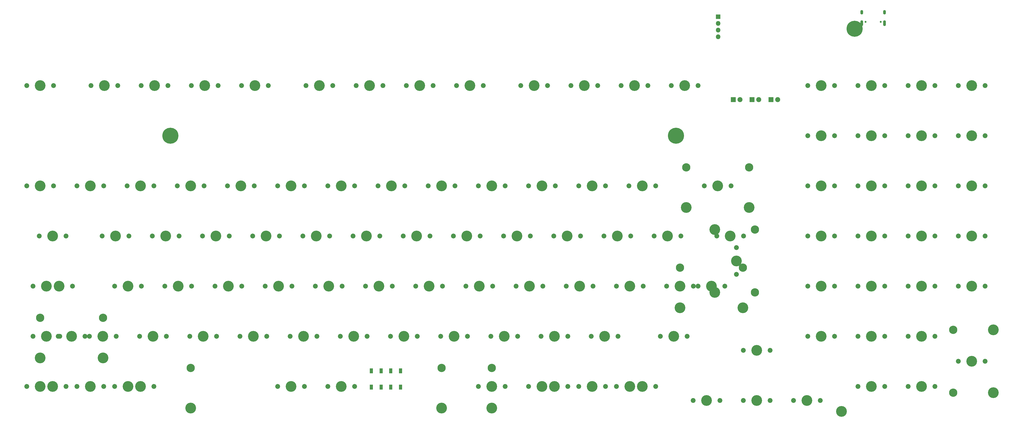
<source format=gbr>
G04 #@! TF.GenerationSoftware,KiCad,Pcbnew,(5.1.6)-1*
G04 #@! TF.CreationDate,2020-06-29T21:56:33+02:00*
G04 #@! TF.ProjectId,E80-1800-pcb-universal,4538302d-3138-4303-902d-7063622d756e,rev?*
G04 #@! TF.SameCoordinates,Original*
G04 #@! TF.FileFunction,Soldermask,Top*
G04 #@! TF.FilePolarity,Negative*
%FSLAX46Y46*%
G04 Gerber Fmt 4.6, Leading zero omitted, Abs format (unit mm)*
G04 Created by KiCad (PCBNEW (5.1.6)-1) date 2020-06-29 21:56:33*
%MOMM*%
%LPD*%
G01*
G04 APERTURE LIST*
%ADD10C,4.100000*%
%ADD11C,1.900000*%
%ADD12R,1.900000X1.900000*%
%ADD13C,6.100000*%
%ADD14O,1.100000X2.200000*%
%ADD15C,0.750000*%
%ADD16O,1.100000X1.700000*%
%ADD17O,1.800000X1.800000*%
%ADD18R,1.800000X1.800000*%
%ADD19C,1.850000*%
%ADD20C,4.087800*%
%ADD21C,3.148000*%
%ADD22R,1.200000X1.900000*%
G04 APERTURE END LIST*
D10*
X304204992Y-123824992D03*
D11*
X279955992Y-5357792D03*
D12*
X277415992Y-5357792D03*
D11*
X272811992Y-5357792D03*
D12*
X270271992Y-5357792D03*
D11*
X265667992Y-5357792D03*
D12*
X263127992Y-5357792D03*
D13*
X309194898Y21550008D03*
X241410992Y-19049992D03*
X49410992Y-19049992D03*
D14*
X320525890Y23646000D03*
X311885890Y23646000D03*
D15*
X313315890Y24176000D03*
D16*
X311885890Y27826000D03*
D15*
X319095890Y24176000D03*
D16*
X320525890Y27826000D03*
D17*
X257341390Y18478500D03*
X257341390Y21018500D03*
X257341390Y23558500D03*
D18*
X257341390Y26098500D03*
D19*
X7461250Y-76200000D03*
X-2698750Y-76200000D03*
D20*
X2381250Y-76200000D03*
X171450000Y-122555000D03*
D21*
X171450000Y-107315000D03*
D19*
X119380000Y-114300000D03*
X109220000Y-114300000D03*
D20*
X114300000Y-114300000D03*
D19*
X100330100Y-114300120D03*
X90170100Y-114300120D03*
D20*
X95250100Y-114300120D03*
D19*
X228917500Y-114300000D03*
X218757500Y-114300000D03*
D20*
X223837500Y-114300000D03*
D19*
X200342500Y-114300000D03*
X190182500Y-114300000D03*
D20*
X195262500Y-114300000D03*
D19*
X38417500Y-114300000D03*
X28257500Y-114300000D03*
D20*
X33337500Y-114300000D03*
D19*
X9842500Y-114300000D03*
X-317500Y-114300000D03*
D20*
X4762500Y-114300000D03*
X256063750Y-54737000D03*
X256063750Y-78613000D03*
D21*
X271303750Y-54737000D03*
X271303750Y-78613000D03*
D19*
X264318750Y-71755000D03*
X264318750Y-61595000D03*
D20*
X264318750Y-66675000D03*
X361870890Y-92837000D03*
X361870890Y-116713000D03*
D21*
X346630890Y-92837000D03*
X346630890Y-116713000D03*
D19*
X358695890Y-104775000D03*
X348535890Y-104775000D03*
D20*
X353615890Y-104775000D03*
D19*
X9842500Y-57150000D03*
X-317500Y-57150000D03*
D20*
X4762500Y-57150000D03*
D19*
X12223750Y-76200000D03*
X2063750Y-76200000D03*
D20*
X7143750Y-76200000D03*
D19*
X245586250Y-95250000D03*
X235426250Y-95250000D03*
D20*
X240506250Y-95250000D03*
D22*
X125753250Y-108406000D03*
X129453250Y-114606000D03*
X129453250Y-108406000D03*
X125753250Y-114606000D03*
X133119250Y-108406000D03*
X136819250Y-114606000D03*
X136819250Y-108406000D03*
X133119250Y-114606000D03*
D19*
X339645890Y-114300000D03*
X329485890Y-114300000D03*
D20*
X334565890Y-114300000D03*
D19*
X320595890Y-114300000D03*
X310435890Y-114300000D03*
D20*
X315515890Y-114300000D03*
D19*
X296188025Y-119657913D03*
X286028025Y-119657913D03*
D20*
X291108025Y-119657913D03*
D19*
X277138025Y-119657913D03*
X266978025Y-119657913D03*
D20*
X272058025Y-119657913D03*
D19*
X258088025Y-119657913D03*
X247928025Y-119657913D03*
D20*
X253008025Y-119657913D03*
D19*
X233680000Y-114300000D03*
X223520000Y-114300000D03*
D20*
X228600000Y-114300000D03*
D19*
X214630000Y-114300000D03*
X204470000Y-114300000D03*
D20*
X209550000Y-114300000D03*
D19*
X195580000Y-114300000D03*
X185420000Y-114300000D03*
D20*
X190500000Y-114300000D03*
D19*
X176530000Y-114300000D03*
X166370000Y-114300000D03*
D20*
X171450000Y-114300000D03*
X152400000Y-122555000D03*
X57150000Y-122555000D03*
D21*
X152400000Y-107315000D03*
X57150000Y-107315000D03*
D19*
X119380000Y-114300000D03*
X109220000Y-114300000D03*
D20*
X114300000Y-114300000D03*
D19*
X43180000Y-114300000D03*
X33020000Y-114300000D03*
D20*
X38100000Y-114300000D03*
D19*
X24130000Y-114300000D03*
X13970000Y-114300000D03*
D20*
X19050000Y-114300000D03*
D19*
X5080000Y-114300000D03*
X-5080000Y-114300000D03*
D20*
X0Y-114300000D03*
D19*
X339645890Y-95250000D03*
X329485890Y-95250000D03*
D20*
X334565890Y-95250000D03*
D19*
X320595890Y-95250000D03*
X310435890Y-95250000D03*
D20*
X315515890Y-95250000D03*
D19*
X301545890Y-95250000D03*
X291385890Y-95250000D03*
D20*
X296465890Y-95250000D03*
D19*
X277138025Y-100607913D03*
X266978025Y-100607913D03*
D20*
X272058025Y-100607913D03*
D19*
X219392500Y-95250000D03*
X209232500Y-95250000D03*
D20*
X214312500Y-95250000D03*
D19*
X200342500Y-95250000D03*
X190182500Y-95250000D03*
D20*
X195262500Y-95250000D03*
D19*
X181292500Y-95250000D03*
X171132500Y-95250000D03*
D20*
X176212500Y-95250000D03*
D19*
X162242500Y-95250000D03*
X152082500Y-95250000D03*
D20*
X157162500Y-95250000D03*
D19*
X143192500Y-95250000D03*
X133032500Y-95250000D03*
D20*
X138112500Y-95250000D03*
D19*
X124142500Y-95250000D03*
X113982500Y-95250000D03*
D20*
X119062500Y-95250000D03*
D19*
X105092500Y-95250000D03*
X94932500Y-95250000D03*
D20*
X100012500Y-95250000D03*
D19*
X86042500Y-95250000D03*
X75882500Y-95250000D03*
D20*
X80962500Y-95250000D03*
D19*
X66992500Y-95250000D03*
X56832500Y-95250000D03*
D20*
X61912500Y-95250000D03*
D19*
X47942500Y-95250000D03*
X37782500Y-95250000D03*
D20*
X42862500Y-95250000D03*
D19*
X28892500Y-95250000D03*
X18732500Y-95250000D03*
D20*
X23812500Y-95250000D03*
X23844250Y-103505000D03*
X-31750Y-103505000D03*
D21*
X23844250Y-88265000D03*
X-31750Y-88265000D03*
D19*
X16986250Y-95250000D03*
X6826250Y-95250000D03*
D20*
X11906250Y-95250000D03*
D19*
X7461250Y-95250000D03*
X-2698750Y-95250000D03*
D20*
X2381250Y-95250000D03*
D19*
X358695890Y-76200000D03*
X348535890Y-76200000D03*
D20*
X353615890Y-76200000D03*
D19*
X339645890Y-76200000D03*
X329485890Y-76200000D03*
D20*
X334565890Y-76200000D03*
D19*
X320595890Y-76200000D03*
X310435890Y-76200000D03*
D20*
X315515890Y-76200000D03*
D19*
X301545890Y-76200000D03*
X291385890Y-76200000D03*
D20*
X296465890Y-76200000D03*
X266731750Y-84455000D03*
X242855750Y-84455000D03*
D21*
X266731750Y-69215000D03*
X242855750Y-69215000D03*
D19*
X259873750Y-76200000D03*
X249713750Y-76200000D03*
D20*
X254793750Y-76200000D03*
D19*
X247967500Y-76200000D03*
X237807500Y-76200000D03*
D20*
X242887500Y-76200000D03*
D19*
X228917500Y-76200000D03*
X218757500Y-76200000D03*
D20*
X223837500Y-76200000D03*
D19*
X209867500Y-76200000D03*
X199707500Y-76200000D03*
D20*
X204787500Y-76200000D03*
D19*
X190817500Y-76200000D03*
X180657500Y-76200000D03*
D20*
X185737500Y-76200000D03*
D19*
X171767500Y-76200000D03*
X161607500Y-76200000D03*
D20*
X166687500Y-76200000D03*
D19*
X152717500Y-76200000D03*
X142557500Y-76200000D03*
D20*
X147637500Y-76200000D03*
D19*
X133667500Y-76200000D03*
X123507500Y-76200000D03*
D20*
X128587500Y-76200000D03*
D19*
X114617500Y-76200000D03*
X104457500Y-76200000D03*
D20*
X109537500Y-76200000D03*
D19*
X95567500Y-76200000D03*
X85407500Y-76200000D03*
D20*
X90487500Y-76200000D03*
D19*
X76517500Y-76200000D03*
X66357500Y-76200000D03*
D20*
X71437500Y-76200000D03*
D19*
X57467500Y-76200000D03*
X47307500Y-76200000D03*
D20*
X52387500Y-76200000D03*
D19*
X38417500Y-76200000D03*
X28257500Y-76200000D03*
D20*
X33337500Y-76200000D03*
D19*
X358695890Y-57150000D03*
X348535890Y-57150000D03*
D20*
X353615890Y-57150000D03*
D19*
X339645890Y-57150000D03*
X329485890Y-57150000D03*
D20*
X334565890Y-57150000D03*
D19*
X320595890Y-57150000D03*
X310435890Y-57150000D03*
D20*
X315515890Y-57150000D03*
D19*
X301545890Y-57150000D03*
X291385890Y-57150000D03*
D20*
X296465890Y-57150000D03*
D19*
X267017500Y-57150000D03*
X256857500Y-57150000D03*
D20*
X261937500Y-57150000D03*
D19*
X243205000Y-57150000D03*
X233045000Y-57150000D03*
D20*
X238125000Y-57150000D03*
D19*
X224155000Y-57150000D03*
X213995000Y-57150000D03*
D20*
X219075000Y-57150000D03*
D19*
X205105000Y-57150000D03*
X194945000Y-57150000D03*
D20*
X200025000Y-57150000D03*
D19*
X186055000Y-57150000D03*
X175895000Y-57150000D03*
D20*
X180975000Y-57150000D03*
D19*
X167005000Y-57150000D03*
X156845000Y-57150000D03*
D20*
X161925000Y-57150000D03*
D19*
X147955000Y-57150000D03*
X137795000Y-57150000D03*
D20*
X142875000Y-57150000D03*
D19*
X128905000Y-57150000D03*
X118745000Y-57150000D03*
D20*
X123825000Y-57150000D03*
D19*
X109855000Y-57150000D03*
X99695000Y-57150000D03*
D20*
X104775000Y-57150000D03*
D19*
X90805000Y-57150000D03*
X80645000Y-57150000D03*
D20*
X85725000Y-57150000D03*
D19*
X71755000Y-57150000D03*
X61595000Y-57150000D03*
D20*
X66675000Y-57150000D03*
D19*
X52705000Y-57150000D03*
X42545000Y-57150000D03*
D20*
X47625000Y-57150000D03*
D19*
X33655000Y-57150000D03*
X23495000Y-57150000D03*
D20*
X28575000Y-57150000D03*
D19*
X358695890Y-38100000D03*
X348535890Y-38100000D03*
D20*
X353615890Y-38100000D03*
D19*
X339645890Y-38100000D03*
X329485890Y-38100000D03*
D20*
X334565890Y-38100000D03*
D19*
X320595890Y-38100000D03*
X310435890Y-38100000D03*
D20*
X315515890Y-38100000D03*
D19*
X301545890Y-38100000D03*
X291385890Y-38100000D03*
D20*
X296465890Y-38100000D03*
X269113000Y-46355000D03*
X245237000Y-46355000D03*
D21*
X269113000Y-31115000D03*
X245237000Y-31115000D03*
D19*
X262255000Y-38100000D03*
X252095000Y-38100000D03*
D20*
X257175000Y-38100000D03*
D19*
X233680000Y-38100000D03*
X223520000Y-38100000D03*
D20*
X228600000Y-38100000D03*
D19*
X214630000Y-38100000D03*
X204470000Y-38100000D03*
D20*
X209550000Y-38100000D03*
D19*
X195580000Y-38100000D03*
X185420000Y-38100000D03*
D20*
X190500000Y-38100000D03*
D19*
X176530000Y-38100000D03*
X166370000Y-38100000D03*
D20*
X171450000Y-38100000D03*
D19*
X157480000Y-38100000D03*
X147320000Y-38100000D03*
D20*
X152400000Y-38100000D03*
D19*
X138430000Y-38100000D03*
X128270000Y-38100000D03*
D20*
X133350000Y-38100000D03*
D19*
X119380000Y-38100000D03*
X109220000Y-38100000D03*
D20*
X114300000Y-38100000D03*
D19*
X100330000Y-38100000D03*
X90170000Y-38100000D03*
D20*
X95250000Y-38100000D03*
D19*
X81280000Y-38100000D03*
X71120000Y-38100000D03*
D20*
X76200000Y-38100000D03*
D19*
X62230000Y-38100000D03*
X52070000Y-38100000D03*
D20*
X57150000Y-38100000D03*
D19*
X43180000Y-38100000D03*
X33020000Y-38100000D03*
D20*
X38100000Y-38100000D03*
D19*
X24130000Y-38100000D03*
X13970000Y-38100000D03*
D20*
X19050000Y-38100000D03*
D19*
X5080000Y-38100000D03*
X-5080000Y-38100000D03*
D20*
X0Y-38100000D03*
D19*
X358695890Y-19050000D03*
X348535890Y-19050000D03*
D20*
X353615890Y-19050000D03*
D19*
X339645890Y-19050000D03*
X329485890Y-19050000D03*
D20*
X334565890Y-19050000D03*
D19*
X320595890Y-19050000D03*
X310435890Y-19050000D03*
D20*
X315515890Y-19050000D03*
D19*
X301545890Y-19050000D03*
X291385890Y-19050000D03*
D20*
X296465890Y-19050000D03*
D19*
X358695890Y0D03*
X348535890Y0D03*
D20*
X353615890Y0D03*
D19*
X339645890Y0D03*
X329485890Y0D03*
D20*
X334565890Y0D03*
D19*
X320595890Y0D03*
X310435890Y0D03*
D20*
X315515890Y0D03*
D19*
X301545890Y0D03*
X291385890Y0D03*
D20*
X296465890Y0D03*
D19*
X249753595Y0D03*
X239593595Y0D03*
D20*
X244673595Y0D03*
D19*
X230703595Y0D03*
X220543595Y0D03*
D20*
X225623595Y0D03*
D19*
X211653595Y0D03*
X201493595Y0D03*
D20*
X206573595Y0D03*
D19*
X192603595Y0D03*
X182443595Y0D03*
D20*
X187523595Y0D03*
D19*
X168195714Y0D03*
X158035714Y0D03*
D20*
X163115714Y0D03*
D19*
X149145714Y0D03*
X138985714Y0D03*
D20*
X144065714Y0D03*
D19*
X130095714Y0D03*
X119935714Y0D03*
D20*
X125015714Y0D03*
D19*
X111045714Y0D03*
X100885714Y0D03*
D20*
X105965714Y0D03*
D19*
X86637833Y0D03*
X76477833Y0D03*
D20*
X81557833Y0D03*
D19*
X67587833Y0D03*
X57427833Y0D03*
D20*
X62507833Y0D03*
D19*
X48537833Y0D03*
X38377833Y0D03*
D20*
X43457833Y0D03*
D19*
X29487833Y0D03*
X19327833Y0D03*
D20*
X24407833Y0D03*
D19*
X5080000Y0D03*
X-5080000Y0D03*
D20*
X0Y0D03*
M02*

</source>
